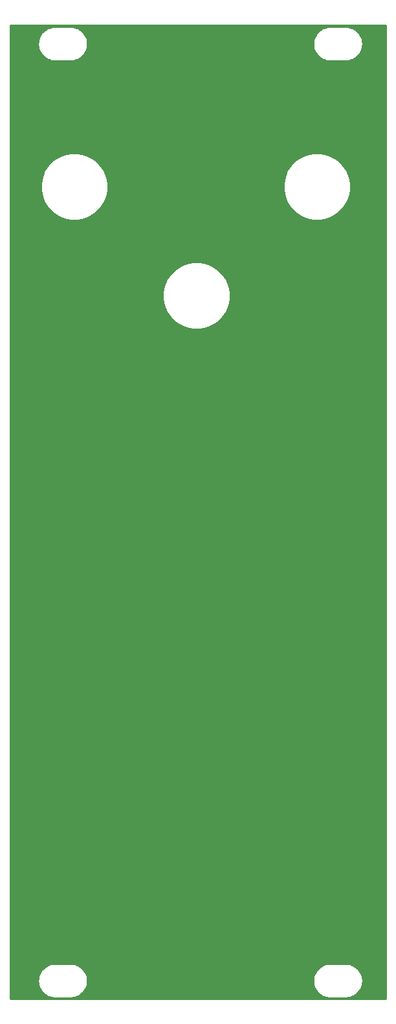
<source format=gbr>
G04 #@! TF.GenerationSoftware,KiCad,Pcbnew,(5.1.5-0)*
G04 #@! TF.CreationDate,2021-01-08T11:46:13-08:00*
G04 #@! TF.ProjectId,hyperchaosdeluxe,68797065-7263-4686-916f-7364656c7578,rev?*
G04 #@! TF.SameCoordinates,Original*
G04 #@! TF.FileFunction,Copper,L2,Bot*
G04 #@! TF.FilePolarity,Positive*
%FSLAX46Y46*%
G04 Gerber Fmt 4.6, Leading zero omitted, Abs format (unit mm)*
G04 Created by KiCad (PCBNEW (5.1.5-0)) date 2021-01-08 11:46:13*
%MOMM*%
%LPD*%
G04 APERTURE LIST*
%ADD10C,3.100000*%
%ADD11C,6.100000*%
%ADD12C,0.254000*%
G04 APERTURE END LIST*
D10*
X33000000Y-293000000D03*
X25000000Y-303000000D03*
X16750000Y-293000000D03*
X9000000Y-285750000D03*
X17000000Y-279000000D03*
X25000000Y-269750000D03*
X33000000Y-279000000D03*
X41000000Y-285750000D03*
D11*
X41000000Y-302750000D03*
X9000000Y-302750000D03*
X43000000Y-355000000D03*
X31000000Y-355000000D03*
X19000000Y-355000000D03*
X7000000Y-355000000D03*
X7000000Y-337500000D03*
X19000000Y-337500000D03*
X31000000Y-337500000D03*
X43000000Y-337500000D03*
X43000000Y-319500000D03*
X31000000Y-319500000D03*
X19000000Y-319500000D03*
X7000000Y-319500000D03*
D12*
G36*
X49740001Y-377840000D02*
G01*
X660000Y-377840000D01*
X660000Y-375451353D01*
X4242755Y-375451353D01*
X4243173Y-375511171D01*
X4242755Y-375570988D01*
X4243655Y-375580160D01*
X4276296Y-375890715D01*
X4288320Y-375949291D01*
X4299532Y-376008070D01*
X4302196Y-376016892D01*
X4394535Y-376315192D01*
X4417715Y-376370335D01*
X4440124Y-376425800D01*
X4444451Y-376433937D01*
X4592972Y-376708621D01*
X4626417Y-376758205D01*
X4659177Y-376808268D01*
X4665001Y-376815409D01*
X4864047Y-377056013D01*
X4906482Y-377098154D01*
X4948346Y-377140903D01*
X4955446Y-377146777D01*
X5197435Y-377344138D01*
X5247259Y-377377241D01*
X5296615Y-377411036D01*
X5304721Y-377415419D01*
X5580435Y-377562019D01*
X5635704Y-377584799D01*
X5690724Y-377608381D01*
X5699527Y-377611105D01*
X5998465Y-377701359D01*
X6057138Y-377712976D01*
X6115655Y-377725415D01*
X6124820Y-377726378D01*
X6435594Y-377756850D01*
X6435598Y-377756850D01*
X6467581Y-377760000D01*
X8532419Y-377760000D01*
X8565986Y-377756694D01*
X8586744Y-377756694D01*
X8595909Y-377755731D01*
X8906228Y-377720923D01*
X8964731Y-377708487D01*
X9023419Y-377696867D01*
X9032222Y-377694142D01*
X9329870Y-377599723D01*
X9384792Y-377576183D01*
X9440159Y-377553363D01*
X9448265Y-377548979D01*
X9721904Y-377398544D01*
X9771217Y-377364779D01*
X9821088Y-377331645D01*
X9828188Y-377325770D01*
X10067397Y-377125049D01*
X10109241Y-377082320D01*
X10151694Y-377040162D01*
X10157519Y-377033020D01*
X10353185Y-376789660D01*
X10385938Y-376739608D01*
X10419391Y-376690013D01*
X10423714Y-376681881D01*
X10423717Y-376681877D01*
X10423719Y-376681873D01*
X10568388Y-376405146D01*
X10590785Y-376349711D01*
X10613978Y-376294539D01*
X10616641Y-376285717D01*
X10704807Y-375986156D01*
X10716007Y-375927440D01*
X10728045Y-375868798D01*
X10728944Y-375859627D01*
X10757245Y-375548647D01*
X10756827Y-375488830D01*
X10757088Y-375451353D01*
X40242755Y-375451353D01*
X40243173Y-375511171D01*
X40242755Y-375570988D01*
X40243655Y-375580160D01*
X40276296Y-375890715D01*
X40288320Y-375949291D01*
X40299532Y-376008070D01*
X40302196Y-376016892D01*
X40394535Y-376315192D01*
X40417715Y-376370335D01*
X40440124Y-376425800D01*
X40444451Y-376433937D01*
X40592972Y-376708621D01*
X40626417Y-376758205D01*
X40659177Y-376808268D01*
X40665001Y-376815409D01*
X40864047Y-377056013D01*
X40906482Y-377098154D01*
X40948346Y-377140903D01*
X40955446Y-377146777D01*
X41197435Y-377344138D01*
X41247259Y-377377241D01*
X41296615Y-377411036D01*
X41304721Y-377415419D01*
X41580435Y-377562019D01*
X41635704Y-377584799D01*
X41690724Y-377608381D01*
X41699527Y-377611105D01*
X41998465Y-377701359D01*
X42057138Y-377712976D01*
X42115655Y-377725415D01*
X42124820Y-377726378D01*
X42435594Y-377756850D01*
X42435598Y-377756850D01*
X42467581Y-377760000D01*
X44532419Y-377760000D01*
X44565986Y-377756694D01*
X44586744Y-377756694D01*
X44595909Y-377755731D01*
X44906228Y-377720923D01*
X44964731Y-377708487D01*
X45023419Y-377696867D01*
X45032222Y-377694142D01*
X45329870Y-377599723D01*
X45384792Y-377576183D01*
X45440159Y-377553363D01*
X45448265Y-377548979D01*
X45721904Y-377398544D01*
X45771217Y-377364779D01*
X45821088Y-377331645D01*
X45828188Y-377325770D01*
X46067397Y-377125049D01*
X46109241Y-377082320D01*
X46151694Y-377040162D01*
X46157519Y-377033020D01*
X46353185Y-376789660D01*
X46385938Y-376739608D01*
X46419391Y-376690013D01*
X46423714Y-376681881D01*
X46423717Y-376681877D01*
X46423719Y-376681873D01*
X46568388Y-376405146D01*
X46590785Y-376349711D01*
X46613978Y-376294539D01*
X46616641Y-376285717D01*
X46704807Y-375986156D01*
X46716007Y-375927440D01*
X46728045Y-375868798D01*
X46728944Y-375859627D01*
X46757245Y-375548647D01*
X46756827Y-375488830D01*
X46757245Y-375429012D01*
X46756345Y-375419841D01*
X46723704Y-375109285D01*
X46711680Y-375050709D01*
X46700468Y-374991930D01*
X46697804Y-374983108D01*
X46605465Y-374684808D01*
X46582280Y-374629653D01*
X46559876Y-374574200D01*
X46555549Y-374566064D01*
X46555549Y-374566063D01*
X46555546Y-374566059D01*
X46407028Y-374291379D01*
X46373583Y-374241795D01*
X46340823Y-374191732D01*
X46334999Y-374184591D01*
X46135954Y-373943987D01*
X46093535Y-373901863D01*
X46051655Y-373859097D01*
X46044554Y-373853223D01*
X45802565Y-373655862D01*
X45752741Y-373622759D01*
X45703385Y-373588964D01*
X45695279Y-373584581D01*
X45419566Y-373437981D01*
X45364269Y-373415189D01*
X45309275Y-373391619D01*
X45300472Y-373388895D01*
X45001535Y-373298641D01*
X44942862Y-373287024D01*
X44884345Y-373274585D01*
X44875180Y-373273622D01*
X44564405Y-373243150D01*
X44564402Y-373243150D01*
X44532419Y-373240000D01*
X42467581Y-373240000D01*
X42434014Y-373243306D01*
X42413256Y-373243306D01*
X42404091Y-373244269D01*
X42093771Y-373279077D01*
X42035298Y-373291506D01*
X41976581Y-373303132D01*
X41967778Y-373305858D01*
X41670130Y-373400277D01*
X41615147Y-373423843D01*
X41559841Y-373446638D01*
X41551735Y-373451021D01*
X41278095Y-373601456D01*
X41228748Y-373635245D01*
X41178913Y-373668355D01*
X41171812Y-373674229D01*
X40932603Y-373874951D01*
X40890759Y-373917681D01*
X40848305Y-373959839D01*
X40842481Y-373966980D01*
X40646814Y-374210340D01*
X40614055Y-374260400D01*
X40580609Y-374309986D01*
X40576283Y-374318123D01*
X40431612Y-374594854D01*
X40409215Y-374650289D01*
X40386022Y-374705461D01*
X40383359Y-374714283D01*
X40295193Y-375013844D01*
X40283993Y-375072560D01*
X40271955Y-375131202D01*
X40271056Y-375140373D01*
X40242755Y-375451353D01*
X10757088Y-375451353D01*
X10757245Y-375429012D01*
X10756345Y-375419841D01*
X10723704Y-375109285D01*
X10711680Y-375050709D01*
X10700468Y-374991930D01*
X10697804Y-374983108D01*
X10605465Y-374684808D01*
X10582280Y-374629653D01*
X10559876Y-374574200D01*
X10555549Y-374566064D01*
X10555549Y-374566063D01*
X10555546Y-374566059D01*
X10407028Y-374291379D01*
X10373583Y-374241795D01*
X10340823Y-374191732D01*
X10334999Y-374184591D01*
X10135954Y-373943987D01*
X10093535Y-373901863D01*
X10051655Y-373859097D01*
X10044554Y-373853223D01*
X9802565Y-373655862D01*
X9752741Y-373622759D01*
X9703385Y-373588964D01*
X9695279Y-373584581D01*
X9419566Y-373437981D01*
X9364269Y-373415189D01*
X9309275Y-373391619D01*
X9300472Y-373388895D01*
X9001535Y-373298641D01*
X8942862Y-373287024D01*
X8884345Y-373274585D01*
X8875180Y-373273622D01*
X8564405Y-373243150D01*
X8564402Y-373243150D01*
X8532419Y-373240000D01*
X6467581Y-373240000D01*
X6434014Y-373243306D01*
X6413256Y-373243306D01*
X6404091Y-373244269D01*
X6093771Y-373279077D01*
X6035298Y-373291506D01*
X5976581Y-373303132D01*
X5967778Y-373305858D01*
X5670130Y-373400277D01*
X5615147Y-373423843D01*
X5559841Y-373446638D01*
X5551735Y-373451021D01*
X5278095Y-373601456D01*
X5228748Y-373635245D01*
X5178913Y-373668355D01*
X5171812Y-373674229D01*
X4932603Y-373874951D01*
X4890759Y-373917681D01*
X4848305Y-373959839D01*
X4842481Y-373966980D01*
X4646814Y-374210340D01*
X4614055Y-374260400D01*
X4580609Y-374309986D01*
X4576283Y-374318123D01*
X4431612Y-374594854D01*
X4409215Y-374650289D01*
X4386022Y-374705461D01*
X4383359Y-374714283D01*
X4295193Y-375013844D01*
X4283993Y-375072560D01*
X4271955Y-375131202D01*
X4271056Y-375140373D01*
X4242755Y-375451353D01*
X660000Y-375451353D01*
X660000Y-285565784D01*
X20591332Y-285565784D01*
X20591332Y-286434216D01*
X20760754Y-287285961D01*
X21093089Y-288088288D01*
X21575564Y-288810362D01*
X22189638Y-289424436D01*
X22911712Y-289906911D01*
X23714039Y-290239246D01*
X24565784Y-290408668D01*
X25434216Y-290408668D01*
X26285961Y-290239246D01*
X27088288Y-289906911D01*
X27810362Y-289424436D01*
X28424436Y-288810362D01*
X28906911Y-288088288D01*
X29239246Y-287285961D01*
X29408668Y-286434216D01*
X29408668Y-285565784D01*
X29239246Y-284714039D01*
X28906911Y-283911712D01*
X28424436Y-283189638D01*
X27810362Y-282575564D01*
X27088288Y-282093089D01*
X26285961Y-281760754D01*
X25434216Y-281591332D01*
X24565784Y-281591332D01*
X23714039Y-281760754D01*
X22911712Y-282093089D01*
X22189638Y-282575564D01*
X21575564Y-283189638D01*
X21093089Y-283911712D01*
X20760754Y-284714039D01*
X20591332Y-285565784D01*
X660000Y-285565784D01*
X660000Y-271315784D01*
X4591332Y-271315784D01*
X4591332Y-272184216D01*
X4760754Y-273035961D01*
X5093089Y-273838288D01*
X5575564Y-274560362D01*
X6189638Y-275174436D01*
X6911712Y-275656911D01*
X7714039Y-275989246D01*
X8565784Y-276158668D01*
X9434216Y-276158668D01*
X10285961Y-275989246D01*
X11088288Y-275656911D01*
X11810362Y-275174436D01*
X12424436Y-274560362D01*
X12906911Y-273838288D01*
X13239246Y-273035961D01*
X13408668Y-272184216D01*
X13408668Y-271315784D01*
X36341332Y-271315784D01*
X36341332Y-272184216D01*
X36510754Y-273035961D01*
X36843089Y-273838288D01*
X37325564Y-274560362D01*
X37939638Y-275174436D01*
X38661712Y-275656911D01*
X39464039Y-275989246D01*
X40315784Y-276158668D01*
X41184216Y-276158668D01*
X42035961Y-275989246D01*
X42838288Y-275656911D01*
X43560362Y-275174436D01*
X44174436Y-274560362D01*
X44656911Y-273838288D01*
X44989246Y-273035961D01*
X45158668Y-272184216D01*
X45158668Y-271315784D01*
X44989246Y-270464039D01*
X44656911Y-269661712D01*
X44174436Y-268939638D01*
X43560362Y-268325564D01*
X42838288Y-267843089D01*
X42035961Y-267510754D01*
X41184216Y-267341332D01*
X40315784Y-267341332D01*
X39464039Y-267510754D01*
X38661712Y-267843089D01*
X37939638Y-268325564D01*
X37325564Y-268939638D01*
X36843089Y-269661712D01*
X36510754Y-270464039D01*
X36341332Y-271315784D01*
X13408668Y-271315784D01*
X13239246Y-270464039D01*
X12906911Y-269661712D01*
X12424436Y-268939638D01*
X11810362Y-268325564D01*
X11088288Y-267843089D01*
X10285961Y-267510754D01*
X9434216Y-267341332D01*
X8565784Y-267341332D01*
X7714039Y-267510754D01*
X6911712Y-267843089D01*
X6189638Y-268325564D01*
X5575564Y-268939638D01*
X5093089Y-269661712D01*
X4760754Y-270464039D01*
X4591332Y-271315784D01*
X660000Y-271315784D01*
X660000Y-253051353D01*
X4242755Y-253051353D01*
X4243173Y-253111171D01*
X4242755Y-253170988D01*
X4243655Y-253180160D01*
X4276296Y-253490715D01*
X4288320Y-253549291D01*
X4299532Y-253608070D01*
X4302196Y-253616892D01*
X4394535Y-253915192D01*
X4417715Y-253970335D01*
X4440124Y-254025800D01*
X4444451Y-254033937D01*
X4592972Y-254308621D01*
X4626417Y-254358205D01*
X4659177Y-254408268D01*
X4665001Y-254415409D01*
X4864047Y-254656013D01*
X4906482Y-254698154D01*
X4948346Y-254740903D01*
X4955446Y-254746777D01*
X5197435Y-254944138D01*
X5247259Y-254977241D01*
X5296615Y-255011036D01*
X5304721Y-255015419D01*
X5580435Y-255162019D01*
X5635704Y-255184799D01*
X5690724Y-255208381D01*
X5699527Y-255211105D01*
X5998465Y-255301359D01*
X6057138Y-255312976D01*
X6115655Y-255325415D01*
X6124820Y-255326378D01*
X6435594Y-255356850D01*
X6435598Y-255356850D01*
X6467581Y-255360000D01*
X8532419Y-255360000D01*
X8565986Y-255356694D01*
X8586744Y-255356694D01*
X8595909Y-255355731D01*
X8906228Y-255320923D01*
X8964731Y-255308487D01*
X9023419Y-255296867D01*
X9032222Y-255294142D01*
X9329870Y-255199723D01*
X9384792Y-255176183D01*
X9440159Y-255153363D01*
X9448265Y-255148979D01*
X9721904Y-254998544D01*
X9771217Y-254964779D01*
X9821088Y-254931645D01*
X9828188Y-254925770D01*
X10067397Y-254725049D01*
X10109241Y-254682320D01*
X10151694Y-254640162D01*
X10157519Y-254633020D01*
X10353185Y-254389660D01*
X10385938Y-254339608D01*
X10419391Y-254290013D01*
X10423714Y-254281881D01*
X10423717Y-254281877D01*
X10423719Y-254281873D01*
X10568388Y-254005146D01*
X10590785Y-253949711D01*
X10613978Y-253894539D01*
X10616641Y-253885717D01*
X10704807Y-253586156D01*
X10716007Y-253527440D01*
X10728045Y-253468798D01*
X10728944Y-253459627D01*
X10757245Y-253148647D01*
X10756827Y-253088830D01*
X10757088Y-253051353D01*
X40242755Y-253051353D01*
X40243173Y-253111171D01*
X40242755Y-253170988D01*
X40243655Y-253180160D01*
X40276296Y-253490715D01*
X40288320Y-253549291D01*
X40299532Y-253608070D01*
X40302196Y-253616892D01*
X40394535Y-253915192D01*
X40417715Y-253970335D01*
X40440124Y-254025800D01*
X40444451Y-254033937D01*
X40592972Y-254308621D01*
X40626417Y-254358205D01*
X40659177Y-254408268D01*
X40665001Y-254415409D01*
X40864047Y-254656013D01*
X40906482Y-254698154D01*
X40948346Y-254740903D01*
X40955446Y-254746777D01*
X41197435Y-254944138D01*
X41247259Y-254977241D01*
X41296615Y-255011036D01*
X41304721Y-255015419D01*
X41580435Y-255162019D01*
X41635704Y-255184799D01*
X41690724Y-255208381D01*
X41699527Y-255211105D01*
X41998465Y-255301359D01*
X42057138Y-255312976D01*
X42115655Y-255325415D01*
X42124820Y-255326378D01*
X42435594Y-255356850D01*
X42435598Y-255356850D01*
X42467581Y-255360000D01*
X44532419Y-255360000D01*
X44565986Y-255356694D01*
X44586744Y-255356694D01*
X44595909Y-255355731D01*
X44906228Y-255320923D01*
X44964731Y-255308487D01*
X45023419Y-255296867D01*
X45032222Y-255294142D01*
X45329870Y-255199723D01*
X45384792Y-255176183D01*
X45440159Y-255153363D01*
X45448265Y-255148979D01*
X45721904Y-254998544D01*
X45771217Y-254964779D01*
X45821088Y-254931645D01*
X45828188Y-254925770D01*
X46067397Y-254725049D01*
X46109241Y-254682320D01*
X46151694Y-254640162D01*
X46157519Y-254633020D01*
X46353185Y-254389660D01*
X46385938Y-254339608D01*
X46419391Y-254290013D01*
X46423714Y-254281881D01*
X46423717Y-254281877D01*
X46423719Y-254281873D01*
X46568388Y-254005146D01*
X46590785Y-253949711D01*
X46613978Y-253894539D01*
X46616641Y-253885717D01*
X46704807Y-253586156D01*
X46716007Y-253527440D01*
X46728045Y-253468798D01*
X46728944Y-253459627D01*
X46757245Y-253148647D01*
X46756827Y-253088830D01*
X46757245Y-253029012D01*
X46756345Y-253019841D01*
X46723704Y-252709285D01*
X46711680Y-252650709D01*
X46700468Y-252591930D01*
X46697804Y-252583108D01*
X46605465Y-252284808D01*
X46582280Y-252229653D01*
X46559876Y-252174200D01*
X46555549Y-252166064D01*
X46555549Y-252166063D01*
X46555546Y-252166059D01*
X46407028Y-251891379D01*
X46373583Y-251841795D01*
X46340823Y-251791732D01*
X46334999Y-251784591D01*
X46135954Y-251543987D01*
X46093535Y-251501863D01*
X46051655Y-251459097D01*
X46044554Y-251453223D01*
X45802565Y-251255862D01*
X45752741Y-251222759D01*
X45703385Y-251188964D01*
X45695279Y-251184581D01*
X45419566Y-251037981D01*
X45364269Y-251015189D01*
X45309275Y-250991619D01*
X45300472Y-250988895D01*
X45001535Y-250898641D01*
X44942862Y-250887024D01*
X44884345Y-250874585D01*
X44875180Y-250873622D01*
X44564405Y-250843150D01*
X44564402Y-250843150D01*
X44532419Y-250840000D01*
X42467581Y-250840000D01*
X42434014Y-250843306D01*
X42413256Y-250843306D01*
X42404091Y-250844269D01*
X42093771Y-250879077D01*
X42035298Y-250891506D01*
X41976581Y-250903132D01*
X41967778Y-250905858D01*
X41670130Y-251000277D01*
X41615147Y-251023843D01*
X41559841Y-251046638D01*
X41551735Y-251051021D01*
X41278095Y-251201456D01*
X41228748Y-251235245D01*
X41178913Y-251268355D01*
X41171812Y-251274229D01*
X40932603Y-251474951D01*
X40890759Y-251517681D01*
X40848305Y-251559839D01*
X40842481Y-251566980D01*
X40646814Y-251810340D01*
X40614055Y-251860400D01*
X40580609Y-251909986D01*
X40576283Y-251918123D01*
X40431612Y-252194854D01*
X40409215Y-252250289D01*
X40386022Y-252305461D01*
X40383359Y-252314283D01*
X40295193Y-252613844D01*
X40283993Y-252672560D01*
X40271955Y-252731202D01*
X40271056Y-252740373D01*
X40242755Y-253051353D01*
X10757088Y-253051353D01*
X10757245Y-253029012D01*
X10756345Y-253019841D01*
X10723704Y-252709285D01*
X10711680Y-252650709D01*
X10700468Y-252591930D01*
X10697804Y-252583108D01*
X10605465Y-252284808D01*
X10582280Y-252229653D01*
X10559876Y-252174200D01*
X10555549Y-252166064D01*
X10555549Y-252166063D01*
X10555546Y-252166059D01*
X10407028Y-251891379D01*
X10373583Y-251841795D01*
X10340823Y-251791732D01*
X10334999Y-251784591D01*
X10135954Y-251543987D01*
X10093535Y-251501863D01*
X10051655Y-251459097D01*
X10044554Y-251453223D01*
X9802565Y-251255862D01*
X9752741Y-251222759D01*
X9703385Y-251188964D01*
X9695279Y-251184581D01*
X9419566Y-251037981D01*
X9364269Y-251015189D01*
X9309275Y-250991619D01*
X9300472Y-250988895D01*
X9001535Y-250898641D01*
X8942862Y-250887024D01*
X8884345Y-250874585D01*
X8875180Y-250873622D01*
X8564405Y-250843150D01*
X8564402Y-250843150D01*
X8532419Y-250840000D01*
X6467581Y-250840000D01*
X6434014Y-250843306D01*
X6413256Y-250843306D01*
X6404091Y-250844269D01*
X6093771Y-250879077D01*
X6035298Y-250891506D01*
X5976581Y-250903132D01*
X5967778Y-250905858D01*
X5670130Y-251000277D01*
X5615147Y-251023843D01*
X5559841Y-251046638D01*
X5551735Y-251051021D01*
X5278095Y-251201456D01*
X5228748Y-251235245D01*
X5178913Y-251268355D01*
X5171812Y-251274229D01*
X4932603Y-251474951D01*
X4890759Y-251517681D01*
X4848305Y-251559839D01*
X4842481Y-251566980D01*
X4646814Y-251810340D01*
X4614055Y-251860400D01*
X4580609Y-251909986D01*
X4576283Y-251918123D01*
X4431612Y-252194854D01*
X4409215Y-252250289D01*
X4386022Y-252305461D01*
X4383359Y-252314283D01*
X4295193Y-252613844D01*
X4283993Y-252672560D01*
X4271955Y-252731202D01*
X4271056Y-252740373D01*
X4242755Y-253051353D01*
X660000Y-253051353D01*
X660000Y-250660000D01*
X49740000Y-250660000D01*
X49740001Y-377840000D01*
G37*
X49740001Y-377840000D02*
X660000Y-377840000D01*
X660000Y-375451353D01*
X4242755Y-375451353D01*
X4243173Y-375511171D01*
X4242755Y-375570988D01*
X4243655Y-375580160D01*
X4276296Y-375890715D01*
X4288320Y-375949291D01*
X4299532Y-376008070D01*
X4302196Y-376016892D01*
X4394535Y-376315192D01*
X4417715Y-376370335D01*
X4440124Y-376425800D01*
X4444451Y-376433937D01*
X4592972Y-376708621D01*
X4626417Y-376758205D01*
X4659177Y-376808268D01*
X4665001Y-376815409D01*
X4864047Y-377056013D01*
X4906482Y-377098154D01*
X4948346Y-377140903D01*
X4955446Y-377146777D01*
X5197435Y-377344138D01*
X5247259Y-377377241D01*
X5296615Y-377411036D01*
X5304721Y-377415419D01*
X5580435Y-377562019D01*
X5635704Y-377584799D01*
X5690724Y-377608381D01*
X5699527Y-377611105D01*
X5998465Y-377701359D01*
X6057138Y-377712976D01*
X6115655Y-377725415D01*
X6124820Y-377726378D01*
X6435594Y-377756850D01*
X6435598Y-377756850D01*
X6467581Y-377760000D01*
X8532419Y-377760000D01*
X8565986Y-377756694D01*
X8586744Y-377756694D01*
X8595909Y-377755731D01*
X8906228Y-377720923D01*
X8964731Y-377708487D01*
X9023419Y-377696867D01*
X9032222Y-377694142D01*
X9329870Y-377599723D01*
X9384792Y-377576183D01*
X9440159Y-377553363D01*
X9448265Y-377548979D01*
X9721904Y-377398544D01*
X9771217Y-377364779D01*
X9821088Y-377331645D01*
X9828188Y-377325770D01*
X10067397Y-377125049D01*
X10109241Y-377082320D01*
X10151694Y-377040162D01*
X10157519Y-377033020D01*
X10353185Y-376789660D01*
X10385938Y-376739608D01*
X10419391Y-376690013D01*
X10423714Y-376681881D01*
X10423717Y-376681877D01*
X10423719Y-376681873D01*
X10568388Y-376405146D01*
X10590785Y-376349711D01*
X10613978Y-376294539D01*
X10616641Y-376285717D01*
X10704807Y-375986156D01*
X10716007Y-375927440D01*
X10728045Y-375868798D01*
X10728944Y-375859627D01*
X10757245Y-375548647D01*
X10756827Y-375488830D01*
X10757088Y-375451353D01*
X40242755Y-375451353D01*
X40243173Y-375511171D01*
X40242755Y-375570988D01*
X40243655Y-375580160D01*
X40276296Y-375890715D01*
X40288320Y-375949291D01*
X40299532Y-376008070D01*
X40302196Y-376016892D01*
X40394535Y-376315192D01*
X40417715Y-376370335D01*
X40440124Y-376425800D01*
X40444451Y-376433937D01*
X40592972Y-376708621D01*
X40626417Y-376758205D01*
X40659177Y-376808268D01*
X40665001Y-376815409D01*
X40864047Y-377056013D01*
X40906482Y-377098154D01*
X40948346Y-377140903D01*
X40955446Y-377146777D01*
X41197435Y-377344138D01*
X41247259Y-377377241D01*
X41296615Y-377411036D01*
X41304721Y-377415419D01*
X41580435Y-377562019D01*
X41635704Y-377584799D01*
X41690724Y-377608381D01*
X41699527Y-377611105D01*
X41998465Y-377701359D01*
X42057138Y-377712976D01*
X42115655Y-377725415D01*
X42124820Y-377726378D01*
X42435594Y-377756850D01*
X42435598Y-377756850D01*
X42467581Y-377760000D01*
X44532419Y-377760000D01*
X44565986Y-377756694D01*
X44586744Y-377756694D01*
X44595909Y-377755731D01*
X44906228Y-377720923D01*
X44964731Y-377708487D01*
X45023419Y-377696867D01*
X45032222Y-377694142D01*
X45329870Y-377599723D01*
X45384792Y-377576183D01*
X45440159Y-377553363D01*
X45448265Y-377548979D01*
X45721904Y-377398544D01*
X45771217Y-377364779D01*
X45821088Y-377331645D01*
X45828188Y-377325770D01*
X46067397Y-377125049D01*
X46109241Y-377082320D01*
X46151694Y-377040162D01*
X46157519Y-377033020D01*
X46353185Y-376789660D01*
X46385938Y-376739608D01*
X46419391Y-376690013D01*
X46423714Y-376681881D01*
X46423717Y-376681877D01*
X46423719Y-376681873D01*
X46568388Y-376405146D01*
X46590785Y-376349711D01*
X46613978Y-376294539D01*
X46616641Y-376285717D01*
X46704807Y-375986156D01*
X46716007Y-375927440D01*
X46728045Y-375868798D01*
X46728944Y-375859627D01*
X46757245Y-375548647D01*
X46756827Y-375488830D01*
X46757245Y-375429012D01*
X46756345Y-375419841D01*
X46723704Y-375109285D01*
X46711680Y-375050709D01*
X46700468Y-374991930D01*
X46697804Y-374983108D01*
X46605465Y-374684808D01*
X46582280Y-374629653D01*
X46559876Y-374574200D01*
X46555549Y-374566064D01*
X46555549Y-374566063D01*
X46555546Y-374566059D01*
X46407028Y-374291379D01*
X46373583Y-374241795D01*
X46340823Y-374191732D01*
X46334999Y-374184591D01*
X46135954Y-373943987D01*
X46093535Y-373901863D01*
X46051655Y-373859097D01*
X46044554Y-373853223D01*
X45802565Y-373655862D01*
X45752741Y-373622759D01*
X45703385Y-373588964D01*
X45695279Y-373584581D01*
X45419566Y-373437981D01*
X45364269Y-373415189D01*
X45309275Y-373391619D01*
X45300472Y-373388895D01*
X45001535Y-373298641D01*
X44942862Y-373287024D01*
X44884345Y-373274585D01*
X44875180Y-373273622D01*
X44564405Y-373243150D01*
X44564402Y-373243150D01*
X44532419Y-373240000D01*
X42467581Y-373240000D01*
X42434014Y-373243306D01*
X42413256Y-373243306D01*
X42404091Y-373244269D01*
X42093771Y-373279077D01*
X42035298Y-373291506D01*
X41976581Y-373303132D01*
X41967778Y-373305858D01*
X41670130Y-373400277D01*
X41615147Y-373423843D01*
X41559841Y-373446638D01*
X41551735Y-373451021D01*
X41278095Y-373601456D01*
X41228748Y-373635245D01*
X41178913Y-373668355D01*
X41171812Y-373674229D01*
X40932603Y-373874951D01*
X40890759Y-373917681D01*
X40848305Y-373959839D01*
X40842481Y-373966980D01*
X40646814Y-374210340D01*
X40614055Y-374260400D01*
X40580609Y-374309986D01*
X40576283Y-374318123D01*
X40431612Y-374594854D01*
X40409215Y-374650289D01*
X40386022Y-374705461D01*
X40383359Y-374714283D01*
X40295193Y-375013844D01*
X40283993Y-375072560D01*
X40271955Y-375131202D01*
X40271056Y-375140373D01*
X40242755Y-375451353D01*
X10757088Y-375451353D01*
X10757245Y-375429012D01*
X10756345Y-375419841D01*
X10723704Y-375109285D01*
X10711680Y-375050709D01*
X10700468Y-374991930D01*
X10697804Y-374983108D01*
X10605465Y-374684808D01*
X10582280Y-374629653D01*
X10559876Y-374574200D01*
X10555549Y-374566064D01*
X10555549Y-374566063D01*
X10555546Y-374566059D01*
X10407028Y-374291379D01*
X10373583Y-374241795D01*
X10340823Y-374191732D01*
X10334999Y-374184591D01*
X10135954Y-373943987D01*
X10093535Y-373901863D01*
X10051655Y-373859097D01*
X10044554Y-373853223D01*
X9802565Y-373655862D01*
X9752741Y-373622759D01*
X9703385Y-373588964D01*
X9695279Y-373584581D01*
X9419566Y-373437981D01*
X9364269Y-373415189D01*
X9309275Y-373391619D01*
X9300472Y-373388895D01*
X9001535Y-373298641D01*
X8942862Y-373287024D01*
X8884345Y-373274585D01*
X8875180Y-373273622D01*
X8564405Y-373243150D01*
X8564402Y-373243150D01*
X8532419Y-373240000D01*
X6467581Y-373240000D01*
X6434014Y-373243306D01*
X6413256Y-373243306D01*
X6404091Y-373244269D01*
X6093771Y-373279077D01*
X6035298Y-373291506D01*
X5976581Y-373303132D01*
X5967778Y-373305858D01*
X5670130Y-373400277D01*
X5615147Y-373423843D01*
X5559841Y-373446638D01*
X5551735Y-373451021D01*
X5278095Y-373601456D01*
X5228748Y-373635245D01*
X5178913Y-373668355D01*
X5171812Y-373674229D01*
X4932603Y-373874951D01*
X4890759Y-373917681D01*
X4848305Y-373959839D01*
X4842481Y-373966980D01*
X4646814Y-374210340D01*
X4614055Y-374260400D01*
X4580609Y-374309986D01*
X4576283Y-374318123D01*
X4431612Y-374594854D01*
X4409215Y-374650289D01*
X4386022Y-374705461D01*
X4383359Y-374714283D01*
X4295193Y-375013844D01*
X4283993Y-375072560D01*
X4271955Y-375131202D01*
X4271056Y-375140373D01*
X4242755Y-375451353D01*
X660000Y-375451353D01*
X660000Y-285565784D01*
X20591332Y-285565784D01*
X20591332Y-286434216D01*
X20760754Y-287285961D01*
X21093089Y-288088288D01*
X21575564Y-288810362D01*
X22189638Y-289424436D01*
X22911712Y-289906911D01*
X23714039Y-290239246D01*
X24565784Y-290408668D01*
X25434216Y-290408668D01*
X26285961Y-290239246D01*
X27088288Y-289906911D01*
X27810362Y-289424436D01*
X28424436Y-288810362D01*
X28906911Y-288088288D01*
X29239246Y-287285961D01*
X29408668Y-286434216D01*
X29408668Y-285565784D01*
X29239246Y-284714039D01*
X28906911Y-283911712D01*
X28424436Y-283189638D01*
X27810362Y-282575564D01*
X27088288Y-282093089D01*
X26285961Y-281760754D01*
X25434216Y-281591332D01*
X24565784Y-281591332D01*
X23714039Y-281760754D01*
X22911712Y-282093089D01*
X22189638Y-282575564D01*
X21575564Y-283189638D01*
X21093089Y-283911712D01*
X20760754Y-284714039D01*
X20591332Y-285565784D01*
X660000Y-285565784D01*
X660000Y-271315784D01*
X4591332Y-271315784D01*
X4591332Y-272184216D01*
X4760754Y-273035961D01*
X5093089Y-273838288D01*
X5575564Y-274560362D01*
X6189638Y-275174436D01*
X6911712Y-275656911D01*
X7714039Y-275989246D01*
X8565784Y-276158668D01*
X9434216Y-276158668D01*
X10285961Y-275989246D01*
X11088288Y-275656911D01*
X11810362Y-275174436D01*
X12424436Y-274560362D01*
X12906911Y-273838288D01*
X13239246Y-273035961D01*
X13408668Y-272184216D01*
X13408668Y-271315784D01*
X36341332Y-271315784D01*
X36341332Y-272184216D01*
X36510754Y-273035961D01*
X36843089Y-273838288D01*
X37325564Y-274560362D01*
X37939638Y-275174436D01*
X38661712Y-275656911D01*
X39464039Y-275989246D01*
X40315784Y-276158668D01*
X41184216Y-276158668D01*
X42035961Y-275989246D01*
X42838288Y-275656911D01*
X43560362Y-275174436D01*
X44174436Y-274560362D01*
X44656911Y-273838288D01*
X44989246Y-273035961D01*
X45158668Y-272184216D01*
X45158668Y-271315784D01*
X44989246Y-270464039D01*
X44656911Y-269661712D01*
X44174436Y-268939638D01*
X43560362Y-268325564D01*
X42838288Y-267843089D01*
X42035961Y-267510754D01*
X41184216Y-267341332D01*
X40315784Y-267341332D01*
X39464039Y-267510754D01*
X38661712Y-267843089D01*
X37939638Y-268325564D01*
X37325564Y-268939638D01*
X36843089Y-269661712D01*
X36510754Y-270464039D01*
X36341332Y-271315784D01*
X13408668Y-271315784D01*
X13239246Y-270464039D01*
X12906911Y-269661712D01*
X12424436Y-268939638D01*
X11810362Y-268325564D01*
X11088288Y-267843089D01*
X10285961Y-267510754D01*
X9434216Y-267341332D01*
X8565784Y-267341332D01*
X7714039Y-267510754D01*
X6911712Y-267843089D01*
X6189638Y-268325564D01*
X5575564Y-268939638D01*
X5093089Y-269661712D01*
X4760754Y-270464039D01*
X4591332Y-271315784D01*
X660000Y-271315784D01*
X660000Y-253051353D01*
X4242755Y-253051353D01*
X4243173Y-253111171D01*
X4242755Y-253170988D01*
X4243655Y-253180160D01*
X4276296Y-253490715D01*
X4288320Y-253549291D01*
X4299532Y-253608070D01*
X4302196Y-253616892D01*
X4394535Y-253915192D01*
X4417715Y-253970335D01*
X4440124Y-254025800D01*
X4444451Y-254033937D01*
X4592972Y-254308621D01*
X4626417Y-254358205D01*
X4659177Y-254408268D01*
X4665001Y-254415409D01*
X4864047Y-254656013D01*
X4906482Y-254698154D01*
X4948346Y-254740903D01*
X4955446Y-254746777D01*
X5197435Y-254944138D01*
X5247259Y-254977241D01*
X5296615Y-255011036D01*
X5304721Y-255015419D01*
X5580435Y-255162019D01*
X5635704Y-255184799D01*
X5690724Y-255208381D01*
X5699527Y-255211105D01*
X5998465Y-255301359D01*
X6057138Y-255312976D01*
X6115655Y-255325415D01*
X6124820Y-255326378D01*
X6435594Y-255356850D01*
X6435598Y-255356850D01*
X6467581Y-255360000D01*
X8532419Y-255360000D01*
X8565986Y-255356694D01*
X8586744Y-255356694D01*
X8595909Y-255355731D01*
X8906228Y-255320923D01*
X8964731Y-255308487D01*
X9023419Y-255296867D01*
X9032222Y-255294142D01*
X9329870Y-255199723D01*
X9384792Y-255176183D01*
X9440159Y-255153363D01*
X9448265Y-255148979D01*
X9721904Y-254998544D01*
X9771217Y-254964779D01*
X9821088Y-254931645D01*
X9828188Y-254925770D01*
X10067397Y-254725049D01*
X10109241Y-254682320D01*
X10151694Y-254640162D01*
X10157519Y-254633020D01*
X10353185Y-254389660D01*
X10385938Y-254339608D01*
X10419391Y-254290013D01*
X10423714Y-254281881D01*
X10423717Y-254281877D01*
X10423719Y-254281873D01*
X10568388Y-254005146D01*
X10590785Y-253949711D01*
X10613978Y-253894539D01*
X10616641Y-253885717D01*
X10704807Y-253586156D01*
X10716007Y-253527440D01*
X10728045Y-253468798D01*
X10728944Y-253459627D01*
X10757245Y-253148647D01*
X10756827Y-253088830D01*
X10757088Y-253051353D01*
X40242755Y-253051353D01*
X40243173Y-253111171D01*
X40242755Y-253170988D01*
X40243655Y-253180160D01*
X40276296Y-253490715D01*
X40288320Y-253549291D01*
X40299532Y-253608070D01*
X40302196Y-253616892D01*
X40394535Y-253915192D01*
X40417715Y-253970335D01*
X40440124Y-254025800D01*
X40444451Y-254033937D01*
X40592972Y-254308621D01*
X40626417Y-254358205D01*
X40659177Y-254408268D01*
X40665001Y-254415409D01*
X40864047Y-254656013D01*
X40906482Y-254698154D01*
X40948346Y-254740903D01*
X40955446Y-254746777D01*
X41197435Y-254944138D01*
X41247259Y-254977241D01*
X41296615Y-255011036D01*
X41304721Y-255015419D01*
X41580435Y-255162019D01*
X41635704Y-255184799D01*
X41690724Y-255208381D01*
X41699527Y-255211105D01*
X41998465Y-255301359D01*
X42057138Y-255312976D01*
X42115655Y-255325415D01*
X42124820Y-255326378D01*
X42435594Y-255356850D01*
X42435598Y-255356850D01*
X42467581Y-255360000D01*
X44532419Y-255360000D01*
X44565986Y-255356694D01*
X44586744Y-255356694D01*
X44595909Y-255355731D01*
X44906228Y-255320923D01*
X44964731Y-255308487D01*
X45023419Y-255296867D01*
X45032222Y-255294142D01*
X45329870Y-255199723D01*
X45384792Y-255176183D01*
X45440159Y-255153363D01*
X45448265Y-255148979D01*
X45721904Y-254998544D01*
X45771217Y-254964779D01*
X45821088Y-254931645D01*
X45828188Y-254925770D01*
X46067397Y-254725049D01*
X46109241Y-254682320D01*
X46151694Y-254640162D01*
X46157519Y-254633020D01*
X46353185Y-254389660D01*
X46385938Y-254339608D01*
X46419391Y-254290013D01*
X46423714Y-254281881D01*
X46423717Y-254281877D01*
X46423719Y-254281873D01*
X46568388Y-254005146D01*
X46590785Y-253949711D01*
X46613978Y-253894539D01*
X46616641Y-253885717D01*
X46704807Y-253586156D01*
X46716007Y-253527440D01*
X46728045Y-253468798D01*
X46728944Y-253459627D01*
X46757245Y-253148647D01*
X46756827Y-253088830D01*
X46757245Y-253029012D01*
X46756345Y-253019841D01*
X46723704Y-252709285D01*
X46711680Y-252650709D01*
X46700468Y-252591930D01*
X46697804Y-252583108D01*
X46605465Y-252284808D01*
X46582280Y-252229653D01*
X46559876Y-252174200D01*
X46555549Y-252166064D01*
X46555549Y-252166063D01*
X46555546Y-252166059D01*
X46407028Y-251891379D01*
X46373583Y-251841795D01*
X46340823Y-251791732D01*
X46334999Y-251784591D01*
X46135954Y-251543987D01*
X46093535Y-251501863D01*
X46051655Y-251459097D01*
X46044554Y-251453223D01*
X45802565Y-251255862D01*
X45752741Y-251222759D01*
X45703385Y-251188964D01*
X45695279Y-251184581D01*
X45419566Y-251037981D01*
X45364269Y-251015189D01*
X45309275Y-250991619D01*
X45300472Y-250988895D01*
X45001535Y-250898641D01*
X44942862Y-250887024D01*
X44884345Y-250874585D01*
X44875180Y-250873622D01*
X44564405Y-250843150D01*
X44564402Y-250843150D01*
X44532419Y-250840000D01*
X42467581Y-250840000D01*
X42434014Y-250843306D01*
X42413256Y-250843306D01*
X42404091Y-250844269D01*
X42093771Y-250879077D01*
X42035298Y-250891506D01*
X41976581Y-250903132D01*
X41967778Y-250905858D01*
X41670130Y-251000277D01*
X41615147Y-251023843D01*
X41559841Y-251046638D01*
X41551735Y-251051021D01*
X41278095Y-251201456D01*
X41228748Y-251235245D01*
X41178913Y-251268355D01*
X41171812Y-251274229D01*
X40932603Y-251474951D01*
X40890759Y-251517681D01*
X40848305Y-251559839D01*
X40842481Y-251566980D01*
X40646814Y-251810340D01*
X40614055Y-251860400D01*
X40580609Y-251909986D01*
X40576283Y-251918123D01*
X40431612Y-252194854D01*
X40409215Y-252250289D01*
X40386022Y-252305461D01*
X40383359Y-252314283D01*
X40295193Y-252613844D01*
X40283993Y-252672560D01*
X40271955Y-252731202D01*
X40271056Y-252740373D01*
X40242755Y-253051353D01*
X10757088Y-253051353D01*
X10757245Y-253029012D01*
X10756345Y-253019841D01*
X10723704Y-252709285D01*
X10711680Y-252650709D01*
X10700468Y-252591930D01*
X10697804Y-252583108D01*
X10605465Y-252284808D01*
X10582280Y-252229653D01*
X10559876Y-252174200D01*
X10555549Y-252166064D01*
X10555549Y-252166063D01*
X10555546Y-252166059D01*
X10407028Y-251891379D01*
X10373583Y-251841795D01*
X10340823Y-251791732D01*
X10334999Y-251784591D01*
X10135954Y-251543987D01*
X10093535Y-251501863D01*
X10051655Y-251459097D01*
X10044554Y-251453223D01*
X9802565Y-251255862D01*
X9752741Y-251222759D01*
X9703385Y-251188964D01*
X9695279Y-251184581D01*
X9419566Y-251037981D01*
X9364269Y-251015189D01*
X9309275Y-250991619D01*
X9300472Y-250988895D01*
X9001535Y-250898641D01*
X8942862Y-250887024D01*
X8884345Y-250874585D01*
X8875180Y-250873622D01*
X8564405Y-250843150D01*
X8564402Y-250843150D01*
X8532419Y-250840000D01*
X6467581Y-250840000D01*
X6434014Y-250843306D01*
X6413256Y-250843306D01*
X6404091Y-250844269D01*
X6093771Y-250879077D01*
X6035298Y-250891506D01*
X5976581Y-250903132D01*
X5967778Y-250905858D01*
X5670130Y-251000277D01*
X5615147Y-251023843D01*
X5559841Y-251046638D01*
X5551735Y-251051021D01*
X5278095Y-251201456D01*
X5228748Y-251235245D01*
X5178913Y-251268355D01*
X5171812Y-251274229D01*
X4932603Y-251474951D01*
X4890759Y-251517681D01*
X4848305Y-251559839D01*
X4842481Y-251566980D01*
X4646814Y-251810340D01*
X4614055Y-251860400D01*
X4580609Y-251909986D01*
X4576283Y-251918123D01*
X4431612Y-252194854D01*
X4409215Y-252250289D01*
X4386022Y-252305461D01*
X4383359Y-252314283D01*
X4295193Y-252613844D01*
X4283993Y-252672560D01*
X4271955Y-252731202D01*
X4271056Y-252740373D01*
X4242755Y-253051353D01*
X660000Y-253051353D01*
X660000Y-250660000D01*
X49740000Y-250660000D01*
X49740001Y-377840000D01*
M02*

</source>
